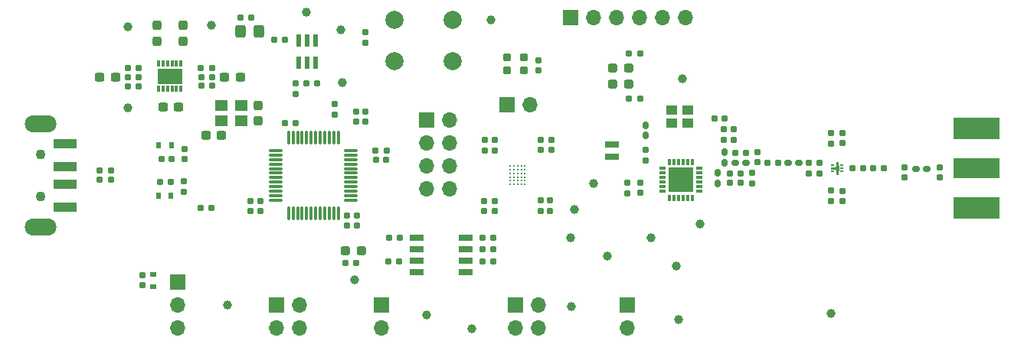
<source format=gts>
G04 #@! TF.GenerationSoftware,KiCad,Pcbnew,(6.0.1)*
G04 #@! TF.CreationDate,2022-02-07T11:20:35+02:00*
G04 #@! TF.ProjectId,LoRaDongle_iCE40,4c6f5261-446f-46e6-976c-655f69434534,1.0*
G04 #@! TF.SameCoordinates,Original*
G04 #@! TF.FileFunction,Soldermask,Top*
G04 #@! TF.FilePolarity,Negative*
%FSLAX46Y46*%
G04 Gerber Fmt 4.6, Leading zero omitted, Abs format (unit mm)*
G04 Created by KiCad (PCBNEW (6.0.1)) date 2022-02-07 11:20:35*
%MOMM*%
%LPD*%
G01*
G04 APERTURE LIST*
G04 Aperture macros list*
%AMRoundRect*
0 Rectangle with rounded corners*
0 $1 Rounding radius*
0 $2 $3 $4 $5 $6 $7 $8 $9 X,Y pos of 4 corners*
0 Add a 4 corners polygon primitive as box body*
4,1,4,$2,$3,$4,$5,$6,$7,$8,$9,$2,$3,0*
0 Add four circle primitives for the rounded corners*
1,1,$1+$1,$2,$3*
1,1,$1+$1,$4,$5*
1,1,$1+$1,$6,$7*
1,1,$1+$1,$8,$9*
0 Add four rect primitives between the rounded corners*
20,1,$1+$1,$2,$3,$4,$5,0*
20,1,$1+$1,$4,$5,$6,$7,0*
20,1,$1+$1,$6,$7,$8,$9,0*
20,1,$1+$1,$8,$9,$2,$3,0*%
G04 Aperture macros list end*
%ADD10C,0.001000*%
%ADD11RoundRect,0.160000X-0.160000X0.197500X-0.160000X-0.197500X0.160000X-0.197500X0.160000X0.197500X0*%
%ADD12C,1.000000*%
%ADD13RoundRect,0.250000X0.325000X0.450000X-0.325000X0.450000X-0.325000X-0.450000X0.325000X-0.450000X0*%
%ADD14RoundRect,0.155000X-0.212500X-0.155000X0.212500X-0.155000X0.212500X0.155000X-0.212500X0.155000X0*%
%ADD15R,1.700000X1.700000*%
%ADD16O,1.700000X1.700000*%
%ADD17R,1.525000X0.650000*%
%ADD18RoundRect,0.155000X0.155000X-0.212500X0.155000X0.212500X-0.155000X0.212500X-0.155000X-0.212500X0*%
%ADD19RoundRect,0.155000X0.212500X0.155000X-0.212500X0.155000X-0.212500X-0.155000X0.212500X-0.155000X0*%
%ADD20RoundRect,0.160000X-0.197500X-0.160000X0.197500X-0.160000X0.197500X0.160000X-0.197500X0.160000X0*%
%ADD21RoundRect,0.160000X0.197500X0.160000X-0.197500X0.160000X-0.197500X-0.160000X0.197500X-0.160000X0*%
%ADD22R,0.600000X0.800000*%
%ADD23C,2.000000*%
%ADD24R,0.800000X0.600000*%
%ADD25RoundRect,0.155000X-0.155000X0.212500X-0.155000X-0.212500X0.155000X-0.212500X0.155000X0.212500X0*%
%ADD26C,1.100000*%
%ADD27R,2.500000X1.100000*%
%ADD28O,3.500000X1.900000*%
%ADD29RoundRect,0.237500X-0.237500X0.300000X-0.237500X-0.300000X0.237500X-0.300000X0.237500X0.300000X0*%
%ADD30RoundRect,0.237500X0.300000X0.237500X-0.300000X0.237500X-0.300000X-0.237500X0.300000X-0.237500X0*%
%ADD31R,1.400000X1.200000*%
%ADD32RoundRect,0.160000X0.160000X-0.222500X0.160000X0.222500X-0.160000X0.222500X-0.160000X-0.222500X0*%
%ADD33RoundRect,0.160000X-0.160000X0.222500X-0.160000X-0.222500X0.160000X-0.222500X0.160000X0.222500X0*%
%ADD34RoundRect,0.160000X-0.222500X-0.160000X0.222500X-0.160000X0.222500X0.160000X-0.222500X0.160000X0*%
%ADD35R,0.330000X0.150000*%
%ADD36R,0.300000X0.800000*%
%ADD37R,0.800000X0.300000*%
%ADD38R,2.700000X2.700000*%
%ADD39R,1.600000X0.650000*%
%ADD40R,5.080000X2.286000*%
%ADD41R,5.080000X2.413000*%
%ADD42RoundRect,0.160000X0.160000X-0.197500X0.160000X0.197500X-0.160000X0.197500X-0.160000X-0.197500X0*%
%ADD43RoundRect,0.237500X0.237500X-0.287500X0.237500X0.287500X-0.237500X0.287500X-0.237500X-0.287500X0*%
%ADD44RoundRect,0.237500X-0.237500X0.287500X-0.237500X-0.287500X0.237500X-0.287500X0.237500X0.287500X0*%
%ADD45RoundRect,0.237500X-0.300000X-0.237500X0.300000X-0.237500X0.300000X0.237500X-0.300000X0.237500X0*%
%ADD46R,0.600000X1.400000*%
%ADD47RoundRect,0.075000X-0.662500X-0.075000X0.662500X-0.075000X0.662500X0.075000X-0.662500X0.075000X0*%
%ADD48RoundRect,0.075000X-0.075000X-0.662500X0.075000X-0.662500X0.075000X0.662500X-0.075000X0.662500X0*%
%ADD49R,0.300000X0.650000*%
%ADD50R,2.750000X1.750000*%
%ADD51RoundRect,0.200000X-0.250000X0.200000X-0.250000X-0.200000X0.250000X-0.200000X0.250000X0.200000X0*%
%ADD52C,0.208000*%
%ADD53RoundRect,0.237500X-0.287500X-0.237500X0.287500X-0.237500X0.287500X0.237500X-0.287500X0.237500X0*%
%ADD54R,1.150000X1.000000*%
%ADD55RoundRect,0.237500X0.287500X0.237500X-0.287500X0.237500X-0.287500X-0.237500X0.287500X-0.237500X0*%
G04 APERTURE END LIST*
D10*
X191302000Y-96015000D02*
X191502000Y-96015000D01*
X191502000Y-96015000D02*
X191502000Y-96315000D01*
X191502000Y-96315000D02*
X191552000Y-96515000D01*
X191552000Y-96515000D02*
X191552000Y-96865000D01*
X191552000Y-96865000D02*
X191502000Y-97065000D01*
X191502000Y-97065000D02*
X191502000Y-97365000D01*
X191502000Y-97365000D02*
X191302000Y-97365000D01*
X191302000Y-97365000D02*
X191302000Y-96940000D01*
X191302000Y-96940000D02*
X191152000Y-96790000D01*
X191152000Y-96790000D02*
X190727000Y-96790000D01*
X190727000Y-96790000D02*
X190727000Y-96590000D01*
X190727000Y-96590000D02*
X191127000Y-96590000D01*
X191127000Y-96590000D02*
X191152000Y-96590000D01*
X191152000Y-96590000D02*
X191302000Y-96440000D01*
X191302000Y-96440000D02*
X191302000Y-96015000D01*
G36*
X191502000Y-96315000D02*
G01*
X191552000Y-96515000D01*
X191552000Y-96865000D01*
X191502000Y-97065000D01*
X191502000Y-97365000D01*
X191302000Y-97365000D01*
X191302000Y-96940000D01*
X191152000Y-96790000D01*
X190727000Y-96790000D01*
X190727000Y-96590000D01*
X191152000Y-96590000D01*
X191302000Y-96440000D01*
X191302000Y-96015000D01*
X191502000Y-96015000D01*
X191502000Y-96315000D01*
G37*
X191502000Y-96315000D02*
X191552000Y-96515000D01*
X191552000Y-96865000D01*
X191502000Y-97065000D01*
X191502000Y-97365000D01*
X191302000Y-97365000D01*
X191302000Y-96940000D01*
X191152000Y-96790000D01*
X190727000Y-96790000D01*
X190727000Y-96590000D01*
X191152000Y-96590000D01*
X191302000Y-96440000D01*
X191302000Y-96015000D01*
X191502000Y-96015000D01*
X191502000Y-96315000D01*
D11*
X139250000Y-81652500D03*
X139250000Y-82847500D03*
D12*
X190700000Y-112800000D03*
X151000000Y-114500000D03*
X165990000Y-106420000D03*
X162000000Y-112000000D03*
X164440000Y-98440000D03*
X113000000Y-81000000D03*
X146000000Y-113000000D03*
X173620000Y-107520000D03*
X162380000Y-101310000D03*
X113000000Y-90000000D03*
X153100000Y-80300000D03*
D13*
X127475000Y-81550000D03*
X125425000Y-81550000D03*
D14*
X130382500Y-91750000D03*
X131517500Y-91750000D03*
D15*
X155820000Y-111880000D03*
D16*
X158360000Y-111880000D03*
X155820000Y-114420000D03*
X158360000Y-114420000D03*
D17*
X144878000Y-104417000D03*
X144878000Y-105687000D03*
X144878000Y-106957000D03*
X144878000Y-108227000D03*
X150302000Y-108227000D03*
X150302000Y-106957000D03*
X150302000Y-105687000D03*
X150302000Y-104417000D03*
D18*
X135840000Y-90747500D03*
X135840000Y-89612500D03*
D19*
X141567500Y-95750000D03*
X140432500Y-95750000D03*
D20*
X140382500Y-94720000D03*
X141577500Y-94720000D03*
D21*
X126597500Y-80000000D03*
X125402500Y-80000000D03*
X111097500Y-98000000D03*
X109902500Y-98000000D03*
X111097500Y-97000000D03*
X109902500Y-97000000D03*
D15*
X141010000Y-111850000D03*
D16*
X141010000Y-114390000D03*
D15*
X161900000Y-80000000D03*
D16*
X164440000Y-80000000D03*
X166980000Y-80000000D03*
X169520000Y-80000000D03*
X172060000Y-80000000D03*
X174600000Y-80000000D03*
D22*
X116400000Y-94150000D03*
X117800000Y-94150000D03*
D18*
X119150000Y-99317500D03*
X119150000Y-98182500D03*
D23*
X148930000Y-80320000D03*
X142430000Y-80320000D03*
X142430000Y-84820000D03*
X148930000Y-84820000D03*
D20*
X152202500Y-107000000D03*
X153397500Y-107000000D03*
X152202500Y-105670000D03*
X153397500Y-105670000D03*
D21*
X143057500Y-104410000D03*
X141862500Y-104410000D03*
D20*
X141805000Y-107000000D03*
X143000000Y-107000000D03*
X137035000Y-107195000D03*
X138230000Y-107195000D03*
D18*
X138210000Y-91537500D03*
X138210000Y-90402500D03*
D14*
X126542500Y-100380000D03*
X127677500Y-100380000D03*
D19*
X153337500Y-104400000D03*
X152202500Y-104400000D03*
D18*
X137250000Y-103047500D03*
X137250000Y-101912500D03*
D12*
X124020000Y-111900000D03*
D15*
X118530000Y-109340000D03*
D16*
X118530000Y-111880000D03*
X118530000Y-114420000D03*
D15*
X146000000Y-91370000D03*
D16*
X148540000Y-91370000D03*
X146000000Y-93910000D03*
X148540000Y-93910000D03*
X146000000Y-96450000D03*
X148540000Y-96450000D03*
X146000000Y-98990000D03*
X148540000Y-98990000D03*
D24*
X115824000Y-108448000D03*
X115824000Y-109848000D03*
D25*
X114580000Y-108562500D03*
X114580000Y-109697500D03*
D21*
X122263500Y-101092000D03*
X121068500Y-101092000D03*
D26*
X103300000Y-95200000D03*
X103300000Y-99800000D03*
D27*
X106050000Y-101000000D03*
X106050000Y-98500000D03*
X106050000Y-96500000D03*
X106050000Y-94000000D03*
D28*
X103300000Y-91800000D03*
X103300000Y-103200000D03*
D29*
X127400000Y-89737500D03*
X127400000Y-91462500D03*
D30*
X123362500Y-93100000D03*
X121637500Y-93100000D03*
D31*
X125552000Y-89724000D03*
X123352000Y-89724000D03*
X123352000Y-91424000D03*
X125552000Y-91424000D03*
D32*
X170250000Y-93072500D03*
X170250000Y-91927500D03*
D33*
X178920000Y-94932500D03*
X178920000Y-96077500D03*
D18*
X169620000Y-99437500D03*
X169620000Y-98302500D03*
D34*
X200147500Y-96790000D03*
X201292500Y-96790000D03*
D14*
X178852500Y-92390000D03*
X179987500Y-92390000D03*
D19*
X184857500Y-96090000D03*
X183722500Y-96090000D03*
D34*
X186003500Y-96090000D03*
X187148500Y-96090000D03*
D35*
X190917000Y-96340000D03*
X190917000Y-97040000D03*
X191887000Y-97040000D03*
X191887000Y-96690000D03*
X191887000Y-96340000D03*
D36*
X175370000Y-95990000D03*
X174870000Y-95990000D03*
X174370000Y-95990000D03*
X173870000Y-95990000D03*
X173370000Y-95990000D03*
X172870000Y-95990000D03*
D37*
X172120000Y-96740000D03*
X172120000Y-97240000D03*
X172120000Y-97740000D03*
X172120000Y-98240000D03*
X172120000Y-98740000D03*
X172120000Y-99240000D03*
D36*
X172870000Y-99990000D03*
X173370000Y-99990000D03*
X173870000Y-99990000D03*
X174370000Y-99990000D03*
X174870000Y-99990000D03*
X175370000Y-99990000D03*
D37*
X176120000Y-99240000D03*
X176120000Y-98740000D03*
X176120000Y-98240000D03*
X176120000Y-97740000D03*
X176120000Y-97240000D03*
X176120000Y-96740000D03*
D38*
X174120000Y-97990000D03*
D39*
X166520000Y-94115000D03*
X166520000Y-95465000D03*
D40*
X206820000Y-96690000D03*
D41*
X206820000Y-101071500D03*
X206820000Y-92308500D03*
D12*
X174280000Y-86810000D03*
D14*
X179552500Y-98290000D03*
X180687500Y-98290000D03*
D33*
X178220000Y-97217500D03*
X178220000Y-98362500D03*
D18*
X170250000Y-95817500D03*
X170250000Y-94682500D03*
D25*
X192028000Y-92802500D03*
X192028000Y-93937500D03*
D18*
X202720000Y-97757500D03*
X202720000Y-96622500D03*
D19*
X181301500Y-94990000D03*
X180166500Y-94990000D03*
D25*
X192028000Y-99222500D03*
X192028000Y-100357500D03*
D14*
X193120500Y-96690000D03*
X194255500Y-96690000D03*
X179552500Y-97290000D03*
X180687500Y-97290000D03*
D34*
X180161500Y-96090000D03*
X181306500Y-96090000D03*
D14*
X188294500Y-97290000D03*
X189429500Y-97290000D03*
X177832500Y-91190000D03*
X178967500Y-91190000D03*
D18*
X168220000Y-99457500D03*
X168220000Y-98322500D03*
D25*
X182020000Y-97222500D03*
X182020000Y-98357500D03*
D14*
X178852500Y-93590000D03*
X179987500Y-93590000D03*
D18*
X182610000Y-96037500D03*
X182610000Y-94902500D03*
D19*
X196541500Y-96686000D03*
X195406500Y-96686000D03*
D14*
X188294500Y-96090000D03*
X189429500Y-96090000D03*
D18*
X198820000Y-97757500D03*
X198820000Y-96622500D03*
D42*
X190728000Y-100387500D03*
X190728000Y-99192500D03*
X190728000Y-93987500D03*
X190728000Y-92792500D03*
D21*
X114185500Y-87626000D03*
X112990500Y-87626000D03*
D20*
X113000500Y-85586000D03*
X114195500Y-85586000D03*
D43*
X116188000Y-82663000D03*
X116188000Y-80913000D03*
D44*
X119126000Y-80913000D03*
X119126000Y-82663000D03*
D30*
X118618000Y-89916000D03*
X116893000Y-89916000D03*
D19*
X114145500Y-86616000D03*
X113010500Y-86616000D03*
D45*
X109875500Y-86596000D03*
X111600500Y-86596000D03*
D18*
X138350000Y-103047500D03*
X138350000Y-101912500D03*
D19*
X117817500Y-95720000D03*
X116682500Y-95720000D03*
D14*
X126542500Y-101430000D03*
X127677500Y-101430000D03*
X129182500Y-82510000D03*
X130317500Y-82510000D03*
D42*
X131570000Y-88497500D03*
X131570000Y-87302500D03*
D46*
X131870000Y-85030000D03*
X132820000Y-85030000D03*
X133770000Y-85030000D03*
X133770000Y-82530000D03*
X132820000Y-82530000D03*
X131870000Y-82530000D03*
D21*
X133947500Y-87300000D03*
X132752500Y-87300000D03*
D25*
X119250000Y-94582500D03*
X119250000Y-95717500D03*
D19*
X117717500Y-98210000D03*
X116582500Y-98210000D03*
D22*
X116350000Y-99750000D03*
X117750000Y-99750000D03*
D47*
X129337500Y-94750000D03*
X129337500Y-95250000D03*
X129337500Y-95750000D03*
X129337500Y-96250000D03*
X129337500Y-96750000D03*
X129337500Y-97250000D03*
X129337500Y-97750000D03*
X129337500Y-98250000D03*
X129337500Y-98750000D03*
X129337500Y-99250000D03*
X129337500Y-99750000D03*
X129337500Y-100250000D03*
D48*
X130750000Y-101662500D03*
X131250000Y-101662500D03*
X131750000Y-101662500D03*
X132250000Y-101662500D03*
X132750000Y-101662500D03*
X133250000Y-101662500D03*
X133750000Y-101662500D03*
X134250000Y-101662500D03*
X134750000Y-101662500D03*
X135250000Y-101662500D03*
X135750000Y-101662500D03*
X136250000Y-101662500D03*
D47*
X137662500Y-100250000D03*
X137662500Y-99750000D03*
X137662500Y-99250000D03*
X137662500Y-98750000D03*
X137662500Y-98250000D03*
X137662500Y-97750000D03*
X137662500Y-97250000D03*
X137662500Y-96750000D03*
X137662500Y-96250000D03*
X137662500Y-95750000D03*
X137662500Y-95250000D03*
X137662500Y-94750000D03*
D48*
X136250000Y-93337500D03*
X135750000Y-93337500D03*
X135250000Y-93337500D03*
X134750000Y-93337500D03*
X134250000Y-93337500D03*
X133750000Y-93337500D03*
X133250000Y-93337500D03*
X132750000Y-93337500D03*
X132250000Y-93337500D03*
X131750000Y-93337500D03*
X131250000Y-93337500D03*
X130750000Y-93337500D03*
D49*
X116368000Y-87916000D03*
X116868000Y-87916000D03*
X117368000Y-87916000D03*
X117868000Y-87916000D03*
X118368000Y-87916000D03*
X118868000Y-87916000D03*
X118868000Y-85116000D03*
X118368000Y-85116000D03*
X117868000Y-85116000D03*
X117368000Y-85116000D03*
X116868000Y-85116000D03*
X116368000Y-85116000D03*
D50*
X117618000Y-86516000D03*
D18*
X152390000Y-101455500D03*
X152390000Y-100320500D03*
X153528000Y-101455500D03*
X153528000Y-100320500D03*
X158650000Y-101427500D03*
X158650000Y-100292500D03*
D25*
X159796000Y-93576500D03*
X159796000Y-94711500D03*
X158360000Y-84752500D03*
X158360000Y-85887500D03*
D51*
X156735000Y-84445000D03*
X154885000Y-84445000D03*
X154885000Y-85895000D03*
X156735000Y-85895000D03*
D52*
X155270000Y-96490000D03*
X155670000Y-96490000D03*
X156070000Y-96490000D03*
X156470000Y-96490000D03*
X156870000Y-96490000D03*
X155270000Y-96890000D03*
X155670000Y-96890000D03*
X156070000Y-96890000D03*
X156470000Y-96890000D03*
X156870000Y-96890000D03*
X155270000Y-97290000D03*
X155670000Y-97290000D03*
X156070000Y-97290000D03*
X156470000Y-97290000D03*
X156870000Y-97290000D03*
X155270000Y-97690000D03*
X155670000Y-97690000D03*
X156070000Y-97690000D03*
X156470000Y-97690000D03*
X156870000Y-97690000D03*
X155270000Y-98090000D03*
X155670000Y-98090000D03*
X156070000Y-98090000D03*
X156470000Y-98090000D03*
X156870000Y-98090000D03*
X155270000Y-98490000D03*
X155670000Y-98490000D03*
X156070000Y-98490000D03*
X156470000Y-98490000D03*
X156870000Y-98490000D03*
D25*
X153518000Y-93606500D03*
X153518000Y-94741500D03*
X158608000Y-93576500D03*
X158608000Y-94711500D03*
X152430000Y-93581500D03*
X152430000Y-94716500D03*
D18*
X159662000Y-101427500D03*
X159662000Y-100292500D03*
D12*
X138050000Y-109030000D03*
D53*
X166585000Y-87350000D03*
X168335000Y-87350000D03*
X166585000Y-85650000D03*
X168335000Y-85650000D03*
D21*
X169597500Y-89000000D03*
X168402500Y-89000000D03*
X169597500Y-84000000D03*
X168402500Y-84000000D03*
D15*
X168210000Y-111840000D03*
D16*
X168210000Y-114380000D03*
D15*
X129410000Y-111850000D03*
D16*
X131950000Y-111850000D03*
X129410000Y-114390000D03*
X131950000Y-114390000D03*
D12*
X170780000Y-104390000D03*
X176200000Y-102900000D03*
X122200000Y-80900000D03*
X161950000Y-104390000D03*
D18*
X139210000Y-91537500D03*
X139210000Y-90402500D03*
D54*
X174875000Y-90300000D03*
X173125000Y-90300000D03*
X173125000Y-91700000D03*
X174875000Y-91700000D03*
D30*
X125400500Y-86646000D03*
X123675500Y-86646000D03*
D14*
X121132500Y-86600000D03*
X122267500Y-86600000D03*
D20*
X121102500Y-87600000D03*
X122297500Y-87600000D03*
D21*
X122265500Y-85600000D03*
X121070500Y-85600000D03*
D12*
X173850000Y-113430000D03*
D55*
X138782500Y-105860000D03*
X137032500Y-105860000D03*
D15*
X154945000Y-89660000D03*
D16*
X157485000Y-89660000D03*
D12*
X136670000Y-87230000D03*
X132710000Y-79460000D03*
X136570000Y-81380000D03*
M02*

</source>
